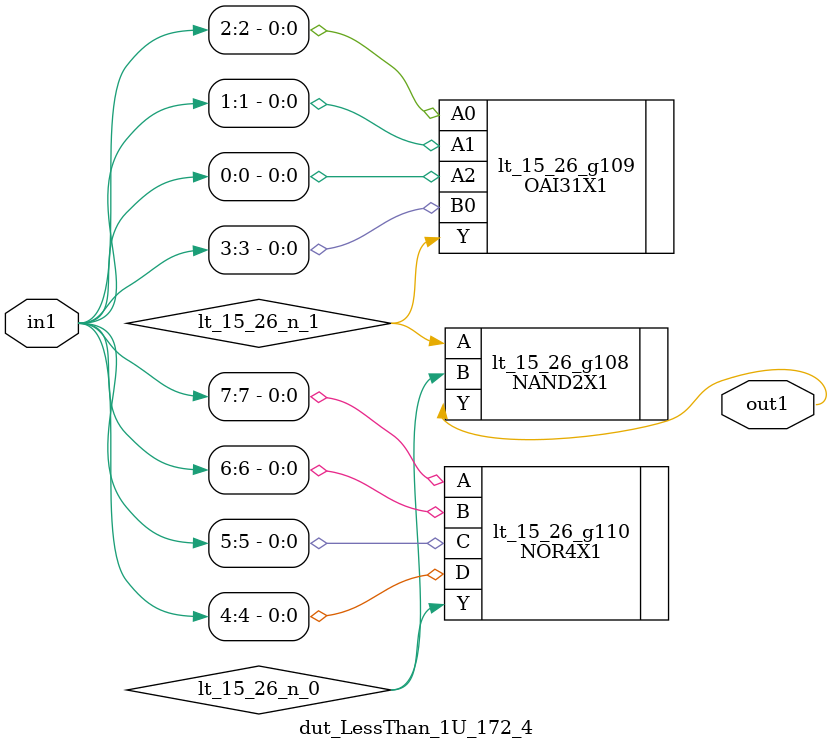
<source format=v>
`timescale 1ps / 1ps


module dut_LessThan_1U_172_4(in1, out1);
  input [7:0] in1;
  output out1;
  wire [7:0] in1;
  wire out1;
  wire lt_15_26_n_0, lt_15_26_n_1;
  NAND2X1 lt_15_26_g108(.A (lt_15_26_n_1), .B (lt_15_26_n_0), .Y
       (out1));
  OAI31X1 lt_15_26_g109(.A0 (in1[2]), .A1 (in1[1]), .A2 (in1[0]), .B0
       (in1[3]), .Y (lt_15_26_n_1));
  NOR4X1 lt_15_26_g110(.A (in1[7]), .B (in1[6]), .C (in1[5]), .D
       (in1[4]), .Y (lt_15_26_n_0));
endmodule



</source>
